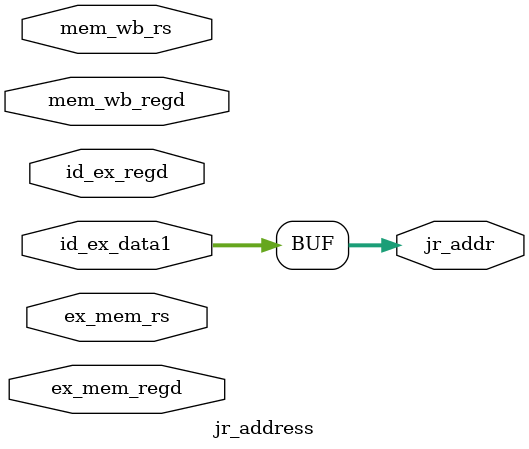
<source format=v>
module jr_address(

	input [31:0] id_ex_data1,
	input [31:0] ex_mem_rs,
	input [31:0] mem_wb_rs,
	
	input [4:0] id_ex_regd,
	input [4:0] ex_mem_regd,
	input [4:0] mem_wb_regd,
	
	output reg [31:0] jr_addr);
	
	always @* begin
	
		jr_addr = id_ex_data1;
		
		/*if(id_ex_regd == ex_mem_regd) begin
		
			jr_addr = ex_mem_rs;
			
		end
		
		else if (id_ex_regd == mem_wb_regd) begin
		
			jr_addr = mem_wb_rs;
		
		end */
	
	end
	
endmodule
	
</source>
